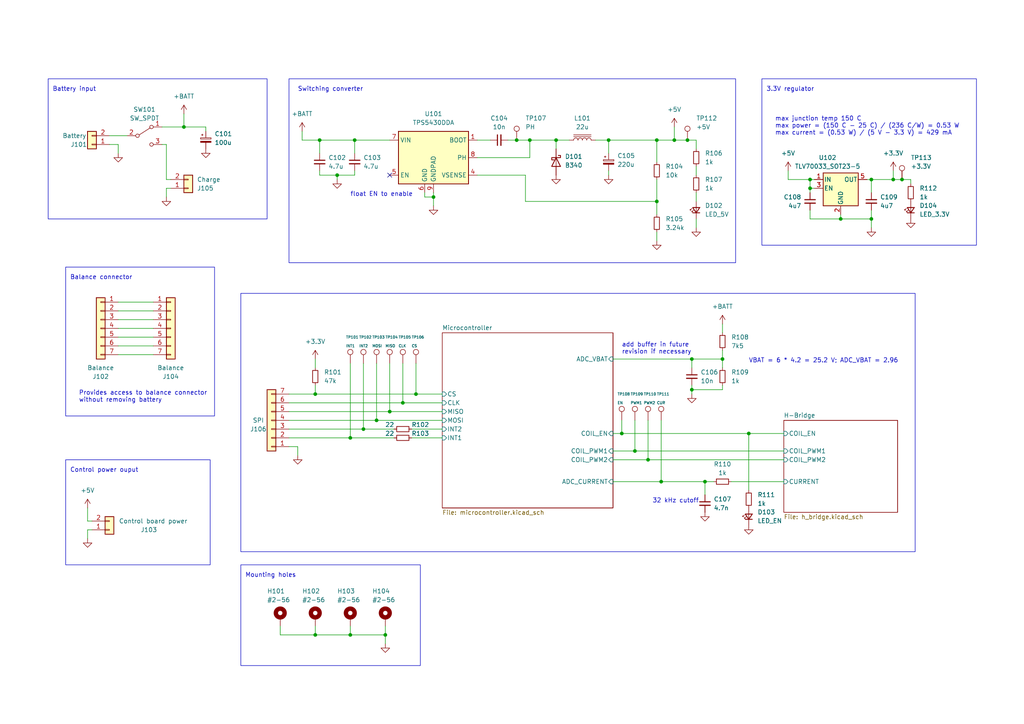
<source format=kicad_sch>
(kicad_sch (version 20230121) (generator eeschema)
  (paper "A4")
  (lib_symbols
    (symbol "Connector:TestPoint" (pin_numbers hide) (pin_names (offset 0.762) hide)
      (property "Reference" "TP" (at 0 6.858 0))
      (property "Value" "TestPoint" (at 0 5.08 0))
      (symbol "TestPoint_0_1"
        (circle (center 0 3.302) (radius 0.762))
      )
      (symbol "TestPoint_1_1"
        (pin passive line (at 0 0 90) (length 2.54) (name "1") (number "1"))
      )
    )
    (symbol "Connector_Generic:Conn_01x02" (pin_names (offset 1.016) hide)
      (property "Reference" "J" (at 0 2.54 0))
      (property "Value" "Conn_01x02" (at 0 -5.08 0))
      (symbol "Conn_01x02_1_1"
        (rectangle (start -1.27 -2.413) (end 0 -2.667) (stroke (width 0.1524)))
        (rectangle (start -1.27 0.127) (end 0 -0.127) (stroke (width 0.1524)))
        (rectangle (start -1.27 1.27) (end 1.27 -3.81) (stroke (width 0.254)) (fill (type background)))
        (pin passive line (at -5.08 0 0) (length 3.81) (name "Pin_1") (number "1"))
        (pin passive line (at -5.08 -2.54 0) (length 3.81) (name "Pin_2") (number "2"))
      )
    )
    (symbol "Connector_Generic:Conn_01x07" (pin_names (offset 1.016) hide)
      (property "Reference" "J" (at 0 10.16 0))
      (property "Value" "Conn_01x07" (at 0 -10.16 0))
      (symbol "Conn_01x07_1_1"
        (rectangle (start -1.27 -7.493) (end 0 -7.747) (stroke (width 0.1524)))
        (rectangle (start -1.27 -4.953) (end 0 -5.207) (stroke (width 0.1524)))
        (rectangle (start -1.27 -2.413) (end 0 -2.667) (stroke (width 0.1524)))
        (rectangle (start -1.27 0.127) (end 0 -0.127) (stroke (width 0.1524)))
        (rectangle (start -1.27 2.667) (end 0 2.413) (stroke (width 0.1524)))
        (rectangle (start -1.27 5.207) (end 0 4.953) (stroke (width 0.1524)))
        (rectangle (start -1.27 7.747) (end 0 7.493) (stroke (width 0.1524)))
        (rectangle (start -1.27 8.89) (end 1.27 -8.89) (stroke (width 0.254)) (fill (type background)))
        (pin passive line (at -5.08 7.62 0) (length 3.81) (name "Pin_1") (number "1"))
        (pin passive line (at -5.08 5.08 0) (length 3.81) (name "Pin_2") (number "2"))
        (pin passive line (at -5.08 2.54 0) (length 3.81) (name "Pin_3") (number "3"))
        (pin passive line (at -5.08 0 0) (length 3.81) (name "Pin_4") (number "4"))
        (pin passive line (at -5.08 -2.54 0) (length 3.81) (name "Pin_5") (number "5"))
        (pin passive line (at -5.08 -5.08 0) (length 3.81) (name "Pin_6") (number "6"))
        (pin passive line (at -5.08 -7.62 0) (length 3.81) (name "Pin_7") (number "7"))
      )
    )
    (symbol "Device:C_Polarized_Small" (pin_numbers hide) (pin_names (offset 0.254) hide)
      (property "Reference" "C" (at 0.254 1.778 0))
      (property "Value" "C_Polarized_Small" (at 0.254 -2.032 0))
      (symbol "C_Polarized_Small_0_1"
        (rectangle (start -1.524 -0.3048) (end 1.524 -0.6858) (fill (type outline)))
        (rectangle (start -1.524 0.6858) (end 1.524 0.3048))
        (polyline (pts (xy -1.27 1.524) (xy -0.762 1.524)))
        (polyline (pts (xy -1.016 1.27) (xy -1.016 1.778)))
      )
      (symbol "C_Polarized_Small_1_1"
        (pin passive line (at 0 2.54 270) (length 1.8542) (name "~") (number "1"))
        (pin passive line (at 0 -2.54 90) (length 1.8542) (name "~") (number "2"))
      )
    )
    (symbol "Device:C_Small" (pin_numbers hide) (pin_names (offset 0.254) hide)
      (property "Reference" "C" (at 0.254 1.778 0))
      (property "Value" "C_Small" (at 0.254 -2.032 0))
      (symbol "C_Small_0_1"
        (polyline (pts (xy -1.524 -0.508) (xy 1.524 -0.508)) (stroke (width 0.3302)))
        (polyline (pts (xy -1.524 0.508) (xy 1.524 0.508)) (stroke (width 0.3048)))
      )
      (symbol "C_Small_1_1"
        (pin passive line (at 0 2.54 270) (length 2.032) (name "~") (number "1"))
        (pin passive line (at 0 -2.54 90) (length 2.032) (name "~") (number "2"))
      )
    )
    (symbol "Device:LED_Small" (pin_numbers hide) (pin_names (offset 0.254) hide)
      (property "Reference" "D" (at -1.27 3.175 0))
      (property "Value" "LED_Small" (at -4.445 -2.54 0))
      (symbol "LED_Small_0_1"
        (polyline (pts (xy -0.762 -1.016) (xy -0.762 1.016)) (stroke (width 0.254)))
        (polyline (pts (xy 1.016 0) (xy -0.762 0)))
        (polyline (pts (xy 0.762 -1.016) (xy -0.762 0) (xy 0.762 1.016) (xy 0.762 -1.016)) (stroke (width 0.254)))
        (polyline (pts (xy 0 0.762) (xy -0.508 1.27) (xy -0.254 1.27) (xy -0.508 1.27) (xy -0.508 1.016)))
        (polyline (pts (xy 0.508 1.27) (xy 0 1.778) (xy 0.254 1.778) (xy 0 1.778) (xy 0 1.524)))
      )
      (symbol "LED_Small_1_1"
        (pin passive line (at -2.54 0 0) (length 1.778) (name "K") (number "1"))
        (pin passive line (at 2.54 0 180) (length 1.778) (name "A") (number "2"))
      )
    )
    (symbol "Device:L_Iron" (pin_numbers hide) (pin_names (offset 1.016) hide)
      (property "Reference" "L" (at -1.27 0 90))
      (property "Value" "L_Iron" (at 2.794 0 90))
      (symbol "L_Iron_0_1"
        (arc (start 0 -2.54) (mid 0.6323 -1.905) (end 0 -1.27))
        (arc (start 0 -1.27) (mid 0.6323 -0.635) (end 0 0))
        (polyline (pts (xy 1.016 2.54) (xy 1.016 -2.54)))
        (polyline (pts (xy 1.524 -2.54) (xy 1.524 2.54)))
        (arc (start 0 0) (mid 0.6323 0.635) (end 0 1.27))
        (arc (start 0 1.27) (mid 0.6323 1.905) (end 0 2.54))
      )
      (symbol "L_Iron_1_1"
        (pin passive line (at 0 3.81 270) (length 1.27) (name "1") (number "1"))
        (pin passive line (at 0 -3.81 90) (length 1.27) (name "2") (number "2"))
      )
    )
    (symbol "Device:R_Small" (pin_numbers hide) (pin_names (offset 0.254) hide)
      (property "Reference" "R" (at 0.762 0.508 0))
      (property "Value" "R_Small" (at 0.762 -1.016 0))
      (symbol "R_Small_0_1"
        (rectangle (start -0.762 1.778) (end 0.762 -1.778) (stroke (width 0.2032)))
      )
      (symbol "R_Small_1_1"
        (pin passive line (at 0 2.54 270) (length 0.762) (name "~") (number "1"))
        (pin passive line (at 0 -2.54 90) (length 0.762) (name "~") (number "2"))
      )
    )
    (symbol "Diode:B340" (pin_numbers hide) (pin_names (offset 1.016) hide)
      (property "Reference" "D" (at 0 2.54 0))
      (property "Value" "B340" (at 0 -2.54 0))
      (symbol "B340_0_1"
        (polyline (pts (xy 1.27 0) (xy -1.27 0)))
        (polyline (pts (xy 1.27 1.27) (xy 1.27 -1.27) (xy -1.27 0) (xy 1.27 1.27)) (stroke (width 0.254)))
        (polyline (pts (xy -1.905 0.635) (xy -1.905 1.27) (xy -1.27 1.27) (xy -1.27 -1.27) (xy -0.635 -1.27) (xy -0.635 -0.635)) (stroke (width 0.254)))
      )
      (symbol "B340_1_1"
        (pin passive line (at -3.81 0 0) (length 2.54) (name "K") (number "1"))
        (pin passive line (at 3.81 0 180) (length 2.54) (name "A") (number "2"))
      )
    )
    (symbol "Mechanical:MountingHole_Pad" (pin_numbers hide) (pin_names (offset 1.016) hide)
      (property "Reference" "H" (at 0 6.35 0))
      (property "Value" "MountingHole_Pad" (at 0 4.445 0))
      (symbol "MountingHole_Pad_0_1"
        (circle (center 0 1.27) (radius 1.27) (stroke (width 1.27)))
      )
      (symbol "MountingHole_Pad_1_1"
        (pin input line (at 0 -2.54 90) (length 2.54) (name "1") (number "1"))
      )
    )
    (symbol "Regulator_Linear:TLV70033_SOT23-5" (pin_names (offset 0.254))
      (property "Reference" "U" (at -3.81 5.715 0))
      (property "Value" "TLV70033_SOT23-5" (at 0 5.715 0))
      (symbol "TLV70033_SOT23-5_0_1"
        (rectangle (start -5.08 4.445) (end 5.08 -5.08) (stroke (width 0.254)) (fill (type background)))
      )
      (symbol "TLV70033_SOT23-5_1_1"
        (pin power_in line (at -7.62 2.54 0) (length 2.54) (name "IN") (number "1"))
        (pin power_in line (at 0 -7.62 90) (length 2.54) (name "GND") (number "2"))
        (pin input line (at -7.62 0 0) (length 2.54) (name "EN") (number "3"))
        (pin no_connect line (at 5.08 0 180) (length 2.54) hide (name "NC") (number "4"))
        (pin power_out line (at 7.62 2.54 180) (length 2.54) (name "OUT") (number "5"))
      )
    )
    (symbol "Regulator_Switching:TPS5430DDA"
      (property "Reference" "U" (at -10.16 8.89 0))
      (property "Value" "TPS5430DDA" (at -1.27 8.89 0))
      (symbol "TPS5430DDA_0_1"
        (rectangle (start -10.16 7.62) (end 10.16 -7.62) (stroke (width 0.254)) (fill (type background)))
      )
      (symbol "TPS5430DDA_1_1"
        (pin input line (at 12.7 5.08 180) (length 2.54) (name "BOOT") (number "1"))
        (pin no_connect line (at -10.16 2.54 0) (length 2.54) hide (name "NC") (number "2"))
        (pin no_connect line (at -10.16 -2.54 0) (length 2.54) hide (name "NC") (number "3"))
        (pin input line (at 12.7 -5.08 180) (length 2.54) (name "VSENSE") (number "4"))
        (pin input line (at -12.7 -5.08 0) (length 2.54) (name "EN") (number "5"))
        (pin power_in line (at -2.54 -10.16 90) (length 2.54) (name "GND") (number "6"))
        (pin power_in line (at -12.7 5.08 0) (length 2.54) (name "VIN") (number "7"))
        (pin output line (at 12.7 0 180) (length 2.54) (name "PH") (number "8"))
        (pin power_in line (at 0 -10.16 90) (length 2.54) (name "GNDPAD") (number "9"))
      )
    )
    (symbol "Switch:SW_SPDT" (pin_names (offset 0) hide)
      (property "Reference" "SW" (at 0 4.318 0))
      (property "Value" "SW_SPDT" (at 0 -5.08 0))
      (symbol "SW_SPDT_0_0"
        (circle (center -2.032 0) (radius 0.508))
        (circle (center 2.032 -2.54) (radius 0.508))
      )
      (symbol "SW_SPDT_0_1"
        (polyline (pts (xy -1.524 0.254) (xy 1.651 2.286)))
        (circle (center 2.032 2.54) (radius 0.508))
      )
      (symbol "SW_SPDT_1_1"
        (pin passive line (at 5.08 2.54 180) (length 2.54) (name "A") (number "1"))
        (pin passive line (at -5.08 0 0) (length 2.54) (name "B") (number "2"))
        (pin passive line (at 5.08 -2.54 180) (length 2.54) (name "C") (number "3"))
      )
    )
    (symbol "power:+3.3V" (power) (pin_names (offset 0))
      (property "Value" "+3.3V" (at 0 3.556 0))
      (symbol "+3.3V_0_1"
        (polyline (pts (xy -0.762 1.27) (xy 0 2.54)))
        (polyline (pts (xy 0 0) (xy 0 2.54)))
        (polyline (pts (xy 0 2.54) (xy 0.762 1.27)))
      )
      (symbol "+3.3V_1_1"
        (pin power_in line (at 0 0 90) (length 0) hide (name "+3.3V") (number "1"))
      )
    )
    (symbol "power:+5V" (power) (pin_names (offset 0))
      (property "Value" "+5V" (at 0 3.556 0))
      (symbol "+5V_0_1"
        (polyline (pts (xy -0.762 1.27) (xy 0 2.54)))
        (polyline (pts (xy 0 0) (xy 0 2.54)))
        (polyline (pts (xy 0 2.54) (xy 0.762 1.27)))
      )
      (symbol "+5V_1_1"
        (pin power_in line (at 0 0 90) (length 0) hide (name "+5V") (number "1"))
      )
    )
    (symbol "power:+BATT" (power) (pin_names (offset 0))
      (property "Value" "+BATT" (at 0 3.556 0))
      (symbol "+BATT_0_1"
        (polyline (pts (xy -0.762 1.27) (xy 0 2.54)))
        (polyline (pts (xy 0 0) (xy 0 2.54)))
        (polyline (pts (xy 0 2.54) (xy 0.762 1.27)))
      )
      (symbol "+BATT_1_1"
        (pin power_in line (at 0 0 90) (length 0) hide (name "+BATT") (number "1"))
      )
    )
    (symbol "power:GND" (power) (pin_names (offset 0))
      (property "Value" "GND" (at 0 -3.81 0))
      (symbol "GND_0_1"
        (polyline (pts (xy 0 0) (xy 0 -1.27) (xy 1.27 -1.27) (xy 0 -2.54) (xy -1.27 -1.27) (xy 0 -1.27)))
      )
      (symbol "GND_1_1"
        (pin power_in line (at 0 0 270) (length 0) hide (name "GND") (number "1"))
      )
    )
  )
  (junction (at 187.96 133.35))
  (junction (at 125.73 57.15))
  (junction (at 217.17 125.73))
  (junction (at 234.95 54.61))
  (junction (at 113.03 119.38))
  (junction (at 180.34 125.73))
  (junction (at 161.29 40.64))
  (junction (at 200.66 113.03))
  (junction (at 120.65 114.3))
  (junction (at 209.55 104.14))
  (junction (at 111.76 184.15))
  (junction (at 105.41 124.46))
  (junction (at 184.15 130.81))
  (junction (at 91.44 114.3))
  (junction (at 101.6 127))
  (junction (at 97.79 50.8))
  (junction (at 204.47 139.7))
  (junction (at 259.08 52.07))
  (junction (at 234.95 52.07))
  (junction (at 190.5 58.42))
  (junction (at 102.87 40.64))
  (junction (at 116.84 116.84))
  (junction (at 252.73 63.5))
  (junction (at 176.53 40.64))
  (junction (at 252.73 52.07))
  (junction (at 149.86 40.64))
  (junction (at 200.66 104.14))
  (junction (at 92.71 40.64))
  (junction (at 153.67 40.64))
  (junction (at 199.39 40.64))
  (junction (at 195.58 40.64))
  (junction (at 191.77 139.7))
  (junction (at 91.44 184.15))
  (junction (at 190.5 40.64))
  (junction (at 53.34 36.83))
  (junction (at 261.62 52.07))
  (junction (at 243.84 63.5))
  (junction (at 109.22 121.92))
  (junction (at 101.6 184.15))
  (no_connect (at 113.03 50.8))
  (wire (pts (xy 234.95 63.5) (xy 243.84 63.5)))
  (wire (pts (xy 177.8 139.7) (xy 191.77 139.7)))
  (wire (pts (xy 97.79 50.8) (xy 92.71 50.8)))
  (wire (pts (xy 187.96 121.92) (xy 187.96 133.35)))
  (wire (pts (xy 87.63 40.64) (xy 92.71 40.64)))
  (wire (pts (xy 153.67 45.72) (xy 153.67 40.64)))
  (wire (pts (xy 259.08 52.07) (xy 252.73 52.07)))
  (wire (pts (xy 83.82 121.92) (xy 109.22 121.92)))
  (wire (pts (xy 161.29 40.64) (xy 165.1 40.64)))
  (wire (pts (xy 138.43 45.72) (xy 153.67 45.72)))
  (wire (pts (xy 200.66 113.03) (xy 200.66 114.3)))
  (wire (pts (xy 109.22 105.41) (xy 109.22 121.92)))
  (wire (pts (xy 34.29 41.91) (xy 31.75 41.91)))
  (wire (pts (xy 81.28 181.61) (xy 81.28 184.15)))
  (wire (pts (xy 25.4 151.13) (xy 26.67 151.13)))
  (wire (pts (xy 91.44 114.3) (xy 120.65 114.3)))
  (wire (pts (xy 187.96 133.35) (xy 227.33 133.35)))
  (wire (pts (xy 259.08 49.53) (xy 259.08 52.07)))
  (wire (pts (xy 177.8 130.81) (xy 184.15 130.81)))
  (wire (pts (xy 152.4 50.8) (xy 152.4 58.42)))
  (wire (pts (xy 176.53 50.8) (xy 176.53 49.53)))
  (wire (pts (xy 264.16 52.07) (xy 261.62 52.07)))
  (wire (pts (xy 236.22 54.61) (xy 234.95 54.61)))
  (wire (pts (xy 86.36 129.54) (xy 83.82 129.54)))
  (wire (pts (xy 53.34 33.02) (xy 53.34 36.83)))
  (wire (pts (xy 48.26 54.61) (xy 49.53 54.61)))
  (wire (pts (xy 147.32 40.64) (xy 149.86 40.64)))
  (wire (pts (xy 119.38 127) (xy 128.27 127)))
  (wire (pts (xy 46.99 41.91) (xy 48.26 41.91)))
  (wire (pts (xy 125.73 57.15) (xy 125.73 59.69)))
  (wire (pts (xy 34.29 102.87) (xy 44.45 102.87)))
  (wire (pts (xy 116.84 105.41) (xy 116.84 116.84)))
  (wire (pts (xy 190.5 58.42) (xy 190.5 62.23)))
  (wire (pts (xy 48.26 52.07) (xy 49.53 52.07)))
  (wire (pts (xy 111.76 181.61) (xy 111.76 184.15)))
  (wire (pts (xy 113.03 119.38) (xy 128.27 119.38)))
  (wire (pts (xy 180.34 121.92) (xy 180.34 125.73)))
  (wire (pts (xy 101.6 127) (xy 114.3 127)))
  (wire (pts (xy 200.66 106.68) (xy 200.66 104.14)))
  (wire (pts (xy 228.6 49.53) (xy 228.6 52.07)))
  (wire (pts (xy 105.41 124.46) (xy 114.3 124.46)))
  (wire (pts (xy 264.16 53.34) (xy 264.16 52.07)))
  (wire (pts (xy 138.43 40.64) (xy 142.24 40.64)))
  (wire (pts (xy 217.17 125.73) (xy 227.33 125.73)))
  (wire (pts (xy 109.22 121.92) (xy 128.27 121.92)))
  (wire (pts (xy 184.15 121.92) (xy 184.15 130.81)))
  (wire (pts (xy 120.65 114.3) (xy 128.27 114.3)))
  (wire (pts (xy 200.66 111.76) (xy 200.66 113.03)))
  (wire (pts (xy 228.6 52.07) (xy 234.95 52.07)))
  (wire (pts (xy 177.8 125.73) (xy 180.34 125.73)))
  (wire (pts (xy 252.73 52.07) (xy 252.73 55.88)))
  (wire (pts (xy 212.09 139.7) (xy 227.33 139.7)))
  (wire (pts (xy 102.87 44.45) (xy 102.87 40.64)))
  (wire (pts (xy 190.5 46.99) (xy 190.5 40.64)))
  (wire (pts (xy 201.93 63.5) (xy 201.93 66.04)))
  (wire (pts (xy 191.77 139.7) (xy 204.47 139.7)))
  (wire (pts (xy 152.4 58.42) (xy 190.5 58.42)))
  (wire (pts (xy 177.8 133.35) (xy 187.96 133.35)))
  (wire (pts (xy 91.44 184.15) (xy 101.6 184.15)))
  (wire (pts (xy 252.73 60.96) (xy 252.73 63.5)))
  (wire (pts (xy 91.44 111.76) (xy 91.44 114.3)))
  (wire (pts (xy 201.93 55.88) (xy 201.93 58.42)))
  (wire (pts (xy 119.38 124.46) (xy 128.27 124.46)))
  (wire (pts (xy 209.55 111.76) (xy 209.55 113.03)))
  (wire (pts (xy 101.6 105.41) (xy 101.6 127)))
  (wire (pts (xy 217.17 125.73) (xy 217.17 142.24)))
  (wire (pts (xy 91.44 181.61) (xy 91.44 184.15)))
  (wire (pts (xy 191.77 121.92) (xy 191.77 139.7)))
  (wire (pts (xy 92.71 50.8) (xy 92.71 49.53)))
  (wire (pts (xy 234.95 54.61) (xy 234.95 55.88)))
  (wire (pts (xy 252.73 63.5) (xy 243.84 63.5)))
  (wire (pts (xy 184.15 130.81) (xy 227.33 130.81)))
  (wire (pts (xy 204.47 139.7) (xy 207.01 139.7)))
  (wire (pts (xy 252.73 52.07) (xy 251.46 52.07)))
  (wire (pts (xy 201.93 40.64) (xy 201.93 43.18)))
  (wire (pts (xy 252.73 63.5) (xy 252.73 66.04)))
  (wire (pts (xy 190.5 40.64) (xy 195.58 40.64)))
  (wire (pts (xy 161.29 40.64) (xy 153.67 40.64)))
  (wire (pts (xy 195.58 40.64) (xy 199.39 40.64)))
  (wire (pts (xy 59.69 38.1) (xy 59.69 36.83)))
  (wire (pts (xy 83.82 127) (xy 101.6 127)))
  (wire (pts (xy 209.55 104.14) (xy 209.55 106.68)))
  (wire (pts (xy 125.73 55.88) (xy 125.73 57.15)))
  (wire (pts (xy 149.86 40.64) (xy 153.67 40.64)))
  (wire (pts (xy 234.95 52.07) (xy 236.22 52.07)))
  (wire (pts (xy 83.82 114.3) (xy 91.44 114.3)))
  (wire (pts (xy 176.53 40.64) (xy 176.53 44.45)))
  (wire (pts (xy 204.47 139.7) (xy 204.47 143.51)))
  (wire (pts (xy 34.29 90.17) (xy 44.45 90.17)))
  (wire (pts (xy 48.26 41.91) (xy 48.26 52.07)))
  (wire (pts (xy 101.6 184.15) (xy 111.76 184.15)))
  (wire (pts (xy 180.34 125.73) (xy 217.17 125.73)))
  (wire (pts (xy 83.82 124.46) (xy 105.41 124.46)))
  (wire (pts (xy 190.5 52.07) (xy 190.5 58.42)))
  (wire (pts (xy 176.53 40.64) (xy 190.5 40.64)))
  (wire (pts (xy 161.29 43.18) (xy 161.29 40.64)))
  (wire (pts (xy 34.29 44.45) (xy 34.29 41.91)))
  (wire (pts (xy 92.71 44.45) (xy 92.71 40.64)))
  (wire (pts (xy 87.63 38.1) (xy 87.63 40.64)))
  (wire (pts (xy 234.95 52.07) (xy 234.95 54.61)))
  (wire (pts (xy 34.29 87.63) (xy 44.45 87.63)))
  (wire (pts (xy 25.4 156.21) (xy 25.4 153.67)))
  (wire (pts (xy 116.84 116.84) (xy 128.27 116.84)))
  (wire (pts (xy 201.93 48.26) (xy 201.93 50.8)))
  (wire (pts (xy 199.39 40.64) (xy 201.93 40.64)))
  (wire (pts (xy 86.36 132.08) (xy 86.36 129.54)))
  (wire (pts (xy 34.29 100.33) (xy 44.45 100.33)))
  (wire (pts (xy 200.66 104.14) (xy 209.55 104.14)))
  (wire (pts (xy 34.29 95.25) (xy 44.45 95.25)))
  (wire (pts (xy 243.84 62.23) (xy 243.84 63.5)))
  (wire (pts (xy 53.34 36.83) (xy 46.99 36.83)))
  (wire (pts (xy 111.76 184.15) (xy 111.76 186.69)))
  (wire (pts (xy 97.79 50.8) (xy 97.79 52.07)))
  (wire (pts (xy 31.75 39.37) (xy 36.83 39.37)))
  (wire (pts (xy 25.4 147.32) (xy 25.4 151.13)))
  (wire (pts (xy 48.26 57.15) (xy 48.26 54.61)))
  (wire (pts (xy 123.19 57.15) (xy 125.73 57.15)))
  (wire (pts (xy 172.72 40.64) (xy 176.53 40.64)))
  (wire (pts (xy 34.29 97.79) (xy 44.45 97.79)))
  (wire (pts (xy 120.65 105.41) (xy 120.65 114.3)))
  (wire (pts (xy 234.95 60.96) (xy 234.95 63.5)))
  (wire (pts (xy 261.62 52.07) (xy 259.08 52.07)))
  (wire (pts (xy 209.55 101.6) (xy 209.55 104.14)))
  (wire (pts (xy 81.28 184.15) (xy 91.44 184.15)))
  (wire (pts (xy 105.41 105.41) (xy 105.41 124.46)))
  (wire (pts (xy 102.87 49.53) (xy 102.87 50.8)))
  (wire (pts (xy 102.87 50.8) (xy 97.79 50.8)))
  (wire (pts (xy 91.44 104.14) (xy 91.44 106.68)))
  (wire (pts (xy 83.82 119.38) (xy 113.03 119.38)))
  (wire (pts (xy 101.6 181.61) (xy 101.6 184.15)))
  (wire (pts (xy 34.29 92.71) (xy 44.45 92.71)))
  (wire (pts (xy 25.4 153.67) (xy 26.67 153.67)))
  (wire (pts (xy 83.82 116.84) (xy 116.84 116.84)))
  (wire (pts (xy 190.5 69.85) (xy 190.5 67.31)))
  (wire (pts (xy 113.03 105.41) (xy 113.03 119.38)))
  (wire (pts (xy 138.43 50.8) (xy 152.4 50.8)))
  (wire (pts (xy 59.69 36.83) (xy 53.34 36.83)))
  (wire (pts (xy 102.87 40.64) (xy 113.03 40.64)))
  (wire (pts (xy 92.71 40.64) (xy 102.87 40.64)))
  (wire (pts (xy 209.55 93.98) (xy 209.55 96.52)))
  (wire (pts (xy 209.55 113.03) (xy 200.66 113.03)))
  (wire (pts (xy 195.58 36.83) (xy 195.58 40.64)))
  (wire (pts (xy 177.8 104.14) (xy 200.66 104.14)))
  (wire (pts (xy 123.19 55.88) (xy 123.19 57.15)))
  (rectangle (start 19.05 77.47) (end 62.23 120.65))
  (rectangle (start 69.85 163.83) (end 121.92 193.04))
  (rectangle (start 83.82 22.86) (end 213.36 76.2))
  (rectangle (start 19.05 133.35) (end 60.96 163.83))
  (rectangle (start 69.85 85.09) (end 265.43 160.02))
  (rectangle (start 13.97 22.86) (end 77.47 63.5))
  (rectangle (start 220.98 22.86) (end 283.21 71.12))
  (text "Balance connector" (at 20.32 81.28 0) (effects (font (size 1.27 1.27)) (justify left bottom)))
  (text "VBAT = 6 * 4.2 = 25.2 V; ADC_VBAT = 2.96" (at 217.17 105.41 0) (effects (font (size 1.27 1.27)) (justify left bottom)))
  (text "Battery input" (at 15.24 26.67 0) (effects (font (size 1.27 1.27)) (justify left bottom)))
  (text "Mounting holes" (at 71.12 167.64 0) (effects (font (size 1.27 1.27)) (justify left bottom)))
  (text "Switching converter" (at 86.36 26.67 0) (effects (font (size 1.27 1.27)) (justify left bottom)))
  (text "32 kHz cutoff" (at 189.23 146.05 0) (effects (font (size 1.27 1.27)) (justify left bottom)))
  (text "Control power ouput" (at 20.32 137.16 0) (effects (font (size 1.27 1.27)) (justify left bottom)))
  (text "add buffer in future \nrevision if necessary" (at 180.34 102.87 0) (effects (font (size 1.27 1.27)) (justify left bottom)))
  (text "max junction temp 150 C\nmax power = (150 C - 25 C) / (236 C/W) = 0.53 W\nmax current = (0.53 W) / (5 V - 3.3 V) = 429 mA" (at 224.79 39.37 0) (effects (font (size 1.27 1.27)) (justify left bottom)))
  (text "float EN to enable" (at 101.6 57.15 0) (effects (font (size 1.27 1.27)) (justify left bottom)))
  (text "3.3V regulator" (at 222.25 26.67 0) (effects (font (size 1.27 1.27)) (justify left bottom)))
  (text "Provides access to balance connector \nwithout removing battery" (at 22.86 116.84 0) (effects (font (size 1.27 1.27)) (justify left bottom)))
  (symbol (lib_id "power:GND") (at 25.4 156.21 0) (unit 1)
    (property "Reference" "#PWR0102" (effects hide))
    (property "Value" "GND" (effects hide))
  )
  (symbol (lib_id "Device:C_Small") (at 252.73 58.42 0) (unit 1)
    (property "Reference" "C109" (at 255.27 57.1563 0) (effects (justify left)))
    (property "Value" "4u7" (at 255.27 59.6963 0) (effects (justify left)))
    (property "Footprint" "Capacitor_SMD:C_0603_1608Metric" (effects hide))
    (property "LCSC" "C19666" (effects hide))
  )
  (symbol (lib_id "Mechanical:MountingHole_Pad") (at 111.76 179.07 0) (unit 1) (in_bom no)
    (property "Reference" "H104" (at 107.95 171.45 0) (effects (justify left)))
    (property "Value" "#2-56" (at 107.95 173.99 0) (effects (justify left)))
    (property "Footprint" "MountingHole:MountingHole_2.5mm_Pad" (effects hide))
  )
  (symbol (lib_id "Device:R_Small") (at 91.44 109.22 0) (unit 1)
    (property "Reference" "R101" (at 93.98 107.95 0) (effects (justify left)))
    (property "Value" "47k" (at 93.98 110.49 0) (effects (justify left)))
    (property "Footprint" "Resistor_SMD:R_0402_1005Metric" (effects hide))
    (property "LCSC" "C25792" (effects hide))
  )
  (symbol (lib_id "Device:R_Small") (at 201.93 45.72 0) (unit 1)
    (property "Reference" "R106" (at 204.47 44.45 0) (effects (justify left)))
    (property "Value" "1k" (at 204.47 46.99 0) (effects (justify left)))
    (property "Footprint" "Resistor_SMD:R_0603_1608Metric" (effects hide))
    (property "LCSC" "C21190" (effects hide))
  )
  (symbol (lib_id "Regulator_Switching:TPS5430DDA") (at 125.73 45.72 0) (unit 1)
    (property "Reference" "U101" (at 125.73 33.02 0))
    (property "Value" "TPS5430DDA" (at 125.73 35.56 0))
    (property "Footprint" "Package_SO:TI_SO-PowerPAD-8_ThermalVias" (effects hide))
    (property "Datasheet" "http://www.ti.com/lit/ds/symlink/tps5430.pdf" (effects hide))
    (property "LCSC" "C9864" (effects hide))
  )
  (symbol (lib_id "Connector:TestPoint") (at 120.65 105.41 0) (unit 1) (in_bom no)
    (property "Reference" "TP106" (at 119.38 97.79 0) (effects (font (size 0.762 0.762)) (justify left)))
    (property "Value" "CS" (at 119.38 100.33 0) (effects (font (size 0.762 0.762)) (justify left)))
    (property "Footprint" "TestPoint:TestPoint_Pad_D1.0mm" (effects hide))
  )
  (symbol (lib_id "power:+BATT") (at 209.55 93.98 0) (mirror y) (unit 1)
    (property "Reference" "#PWR0120" (effects hide))
    (property "Value" "+BATT" (at 209.55 88.9 0))
  )
  (symbol (lib_id "power:GND") (at 97.79 52.07 0) (unit 1)
    (property "Reference" "#PWR0110" (effects hide))
    (property "Value" "GND" (effects hide))
  )
  (symbol (lib_id "Device:R_Small") (at 217.17 144.78 0) (unit 1)
    (property "Reference" "R111" (at 219.71 143.51 0) (effects (justify left)))
    (property "Value" "1k" (at 219.71 146.05 0) (effects (justify left)))
    (property "Footprint" "Resistor_SMD:R_0402_1005Metric" (effects hide))
    (property "LCSC" "C11702" (effects hide))
  )
  (symbol (lib_id "Connector_Generic:Conn_01x02") (at 31.75 153.67 0) (mirror x) (unit 1) (in_bom no)
    (property "Reference" "J103" (at 43.18 153.67 0))
    (property "Value" "Control board power" (at 44.45 151.13 0))
    (property "Footprint" "Connector_JST:JST_PH_B2B-PH-SM4-TB_1x02-1MP_P2.00mm_Vertical" (effects hide))
    (property "Digikey" "455-B2B-PH-SM4-TBCT-ND" (effects hide))
  )
  (symbol (lib_id "Device:R_Small") (at 190.5 49.53 0) (unit 1)
    (property "Reference" "R104" (at 193.04 48.26 0) (effects (justify left)))
    (property "Value" "10k" (at 193.04 50.8 0) (effects (justify left)))
    (property "Footprint" "Resistor_SMD:R_0603_1608Metric" (effects hide))
    (property "LCSC" "C25804" (effects hide))
  )
  (symbol (lib_id "Device:C_Small") (at 204.47 146.05 0) (unit 1)
    (property "Reference" "C107" (at 207.01 144.7863 0) (effects (justify left)))
    (property "Value" "4.7n" (at 207.01 147.3263 0) (effects (justify left)))
    (property "Footprint" "Capacitor_SMD:C_0603_1608Metric" (effects hide))
    (property "LCSC" "C53987" (effects hide))
  )
  (symbol (lib_id "power:+5V") (at 228.6 49.53 0) (unit 1)
    (property "Reference" "#PWR0122" (effects hide))
    (property "Value" "+5V" (at 228.6 44.45 0))
  )
  (symbol (lib_id "Device:LED_Small") (at 264.16 60.96 90) (unit 1)
    (property "Reference" "D104" (at 266.7 59.6265 90) (effects (justify right)))
    (property "Value" "LED_3.3V" (at 266.7 62.1665 90) (effects (justify right)))
    (property "Footprint" "LED_SMD:LED_0603_1608Metric" (effects hide))
    (property "LCSC" "C965805" (effects hide))
  )
  (symbol (lib_id "Device:C_Polarized_Small") (at 176.53 46.99 0) (unit 1)
    (property "Reference" "C105" (at 179.07 45.1739 0) (effects (justify left)))
    (property "Value" "220u" (at 179.07 47.7139 0) (effects (justify left)))
    (property "Footprint" "Capacitor_Tantalum_SMD:CP_EIA-7343-40_Kemet-Y" (effects hide))
    (property "LCSC" "C242173" (effects hide))
  )
  (symbol (lib_id "power:GND") (at 201.93 66.04 0) (unit 1)
    (property "Reference" "#PWR0118" (effects hide))
    (property "Value" "GND" (effects hide))
  )
  (symbol (lib_id "Connector:TestPoint") (at 116.84 105.41 0) (unit 1) (in_bom no)
    (property "Reference" "TP105" (at 115.57 97.79 0) (effects (font (size 0.762 0.762)) (justify left)))
    (property "Value" "CLK" (at 115.57 100.33 0) (effects (font (size 0.762 0.762)) (justify left)))
    (property "Footprint" "TestPoint:TestPoint_Pad_D1.0mm" (effects hide))
  )
  (symbol (lib_id "power:+5V") (at 195.58 36.83 0) (unit 1)
    (property "Reference" "#PWR0116" (effects hide))
    (property "Value" "+5V" (at 195.58 31.75 0))
  )
  (symbol (lib_id "Connector:TestPoint") (at 109.22 105.41 0) (unit 1) (in_bom no)
    (property "Reference" "TP103" (at 107.95 97.79 0) (effects (font (size 0.762 0.762)) (justify left)))
    (property "Value" "MOSI" (at 107.95 100.33 0) (effects (font (size 0.762 0.762)) (justify left)))
    (property "Footprint" "TestPoint:TestPoint_Pad_D1.0mm" (effects hide))
  )
  (symbol (lib_id "Device:C_Small") (at 92.71 46.99 0) (unit 1)
    (property "Reference" "C102" (at 95.25 45.7263 0) (effects (justify left)))
    (property "Value" "4.7u" (at 95.25 48.2663 0) (effects (justify left)))
    (property "Footprint" "Capacitor_SMD:C_1206_3216Metric" (effects hide))
    (property "LCSC" "C29823" (effects hide))
  )
  (symbol (lib_id "Connector_Generic:Conn_01x02") (at 54.61 54.61 0) (mirror x) (unit 1)
    (property "Reference" "J105" (at 57.15 54.61 0) (effects (justify left)))
    (property "Value" "Charge" (at 57.15 52.07 0) (effects (justify left)))
    (property "Footprint" "Connector_JST:JST_PH_S2B-PH-SM4-TB_1x02-1MP_P2.00mm_Horizontal" (effects hide))
    (property "LCSC" "C295747" (effects hide))
  )
  (symbol (lib_id "power:GND") (at 59.69 43.18 0) (unit 1)
    (property "Reference" "#PWR0106" (effects hide))
    (property "Value" "GND" (effects hide))
  )
  (symbol (lib_id "power:GND") (at 217.17 152.4 0) (unit 1)
    (property "Reference" "#PWR0121" (effects hide))
    (property "Value" "GND" (effects hide))
  )
  (symbol (lib_id "Connector:TestPoint") (at 261.62 52.07 0) (unit 1) (in_bom no)
    (property "Reference" "TP113" (at 264.16 45.72 0) (effects (justify left)))
    (property "Value" "+3.3V" (at 264.16 48.26 0) (effects (justify left)))
    (property "Footprint" "TestPoint:TestPoint_Pad_D1.0mm" (effects hide))
  )
  (symbol (lib_id "power:GND") (at 161.29 50.8 0) (unit 1)
    (property "Reference" "#PWR0113" (effects hide))
    (property "Value" "GND" (effects hide))
  )
  (symbol (lib_id "power:GND") (at 264.16 63.5 0) (unit 1)
    (property "Reference" "#PWR0125" (effects hide))
    (property "Value" "GND" (effects hide))
  )
  (symbol (lib_id "power:+3.3V") (at 259.08 49.53 0) (unit 1)
    (property "Reference" "#PWR0124" (effects hide))
    (property "Value" "+3.3V" (at 259.08 44.45 0))
  )
  (symbol (lib_id "Device:R_Small") (at 209.55 109.22 180) (unit 1)
    (property "Reference" "R109" (at 212.09 107.95 0) (effects (justify right)))
    (property "Value" "1k" (at 212.09 110.49 0) (effects (justify right)))
    (property "Footprint" "Resistor_SMD:R_0402_1005Metric" (effects hide))
    (property "LCSC" "C11702" (effects hide))
  )
  (symbol (lib_id "Device:R_Small") (at 209.55 99.06 180) (unit 1)
    (property "Reference" "R108" (at 212.09 97.79 0) (effects (justify right)))
    (property "Value" "7k5" (at 212.09 100.33 0) (effects (justify right)))
    (property "Footprint" "Resistor_SMD:R_0402_1005Metric" (effects hide))
    (property "LCSC" "C137934" (effects hide))
  )
  (symbol (lib_id "Connector:TestPoint") (at 187.96 121.92 0) (unit 1) (in_bom no)
    (property "Reference" "TP110" (at 186.69 114.3 0) (effects (font (size 0.762 0.762)) (justify left)))
    (property "Value" "PWM2" (at 186.69 116.84 0) (effects (font (size 0.762 0.762)) (justify left)))
    (property "Footprint" "TestPoint:TestPoint_Pad_D1.0mm" (effects hide))
  )
  (symbol (lib_id "power:GND") (at 34.29 44.45 0) (unit 1)
    (property "Reference" "#PWR0103" (effects hide))
    (property "Value" "GND" (effects hide))
  )
  (symbol (lib_id "power:GND") (at 125.73 59.69 0) (unit 1)
    (property "Reference" "#PWR0112" (effects hide))
    (property "Value" "GND" (effects hide))
  )
  (symbol (lib_id "Connector:TestPoint") (at 149.86 40.64 0) (unit 1) (in_bom no)
    (property "Reference" "TP107" (at 152.4 34.29 0) (effects (justify left)))
    (property "Value" "PH" (at 152.4 36.83 0) (effects (justify left)))
    (property "Footprint" "TestPoint:TestPoint_Pad_D1.0mm" (effects hide))
  )
  (symbol (lib_id "power:GND") (at 252.73 66.04 0) (unit 1)
    (property "Reference" "#PWR0123" (effects hide))
    (property "Value" "GND" (effects hide))
  )
  (symbol (lib_id "Connector:TestPoint") (at 199.39 40.64 0) (unit 1) (in_bom no)
    (property "Reference" "TP112" (at 201.93 34.29 0) (effects (justify left)))
    (property "Value" "+5V" (at 201.93 36.83 0) (effects (justify left)))
    (property "Footprint" "TestPoint:TestPoint_Pad_D1.0mm" (effects hide))
  )
  (symbol (lib_id "Connector:TestPoint") (at 191.77 121.92 0) (unit 1) (in_bom no)
    (property "Reference" "TP111" (at 190.5 114.3 0) (effects (font (size 0.762 0.762)) (justify left)))
    (property "Value" "CUR" (at 190.5 116.84 0) (effects (font (size 0.762 0.762)) (justify left)))
    (property "Footprint" "TestPoint:TestPoint_Pad_D1.0mm" (effects hide))
  )
  (symbol (lib_id "power:GND") (at 190.5 69.85 0) (unit 1)
    (property "Reference" "#PWR0115" (effects hide))
    (property "Value" "GND" (effects hide))
  )
  (symbol (lib_id "power:+3.3V") (at 91.44 104.14 0) (unit 1)
    (property "Reference" "#PWR0109" (effects hide))
    (property "Value" "+3.3V" (at 91.44 99.06 0))
  )
  (symbol (lib_id "Device:R_Small") (at 201.93 53.34 0) (unit 1)
    (property "Reference" "R107" (at 204.47 52.07 0) (effects (justify left)))
    (property "Value" "1k" (at 204.47 54.61 0) (effects (justify left)))
    (property "Footprint" "Resistor_SMD:R_0603_1608Metric" (effects hide))
    (property "LCSC" "C21190" (effects hide))
  )
  (symbol (lib_id "Connector_Generic:Conn_01x07") (at 78.74 121.92 180) (unit 1) (in_bom no)
    (property "Reference" "J106" (at 74.93 124.46 0))
    (property "Value" "SPI" (at 74.93 121.92 0))
    (property "Footprint" "Connector_JST:JST_SH_BM07B-SRSS-TB_1x07-1MP_P1.00mm_Vertical" (effects hide))
    (property "Digikey" "455-BM07B-SRSS-TBCT-ND" (effects hide))
  )
  (symbol (lib_id "Device:R_Small") (at 190.5 64.77 0) (unit 1)
    (property "Reference" "R105" (at 193.04 63.5 0) (effects (justify left)))
    (property "Value" "3.24k" (at 193.04 66.04 0) (effects (justify left)))
    (property "Footprint" "Resistor_SMD:R_0603_1608Metric" (effects hide))
    (property "LCSC" "C22994" (effects hide))
  )
  (symbol (lib_id "Connector_Generic:Conn_01x02") (at 26.67 41.91 180) (unit 1) (in_bom no)
    (property "Reference" "J101" (at 22.86 41.91 0))
    (property "Value" "Battery" (at 21.59 39.37 0))
    (property "Footprint" "Connector_AMASS:AMASS_XT30U-M_1x02_P5.0mm_Vertical" (effects hide))
  )
  (symbol (lib_id "Device:R_Small") (at 116.84 124.46 90) (unit 1)
    (property "Reference" "R102" (at 121.92 123.19 90))
    (property "Value" "22" (at 113.03 123.19 90))
    (property "Footprint" "Resistor_SMD:R_0402_1005Metric" (effects hide))
    (property "LCSC" "C25092" (effects hide))
  )
  (symbol (lib_id "Diode:B340") (at 161.29 46.99 270) (unit 1)
    (property "Reference" "D101" (at 163.83 45.4025 90) (effects (justify left)))
    (property "Value" "B340" (at 163.83 47.9425 90) (effects (justify left)))
    (property "Footprint" "Diode_SMD:D_SMA" (effects hide))
    (property "Datasheet" "http://www.jameco.com/Jameco/Products/ProdDS/1538777.pdf" (effects hide))
    (property "LCSC" "C64982" (effects hide))
  )
  (symbol (lib_id "power:+BATT") (at 53.34 33.02 0) (unit 1)
    (property "Reference" "#PWR0105" (effects hide))
    (property "Value" "+BATT" (at 53.34 27.94 0))
  )
  (symbol (lib_id "Device:C_Polarized_Small") (at 59.69 40.64 0) (unit 1)
    (property "Reference" "C101" (at 62.23 38.8239 0) (effects (justify left)))
    (property "Value" "100u" (at 62.23 41.3639 0) (effects (justify left)))
    (property "Footprint" "Capacitor_SMD:CP_Elec_6.3x5.8" (effects hide))
    (property "LCSC" "C128464" (effects hide))
  )
  (symbol (lib_id "power:GND") (at 204.47 148.59 0) (unit 1)
    (property "Reference" "#PWR0119" (effects hide))
    (property "Value" "GND" (effects hide))
  )
  (symbol (lib_id "Device:L_Iron") (at 168.91 40.64 90) (unit 1)
    (property "Reference" "L101" (at 168.91 34.29 90))
    (property "Value" "22u" (at 168.91 36.83 90))
    (property "Footprint" "Inductor_SMD:L_Sunlord_MWSA0603S" (effects hide))
    (property "LCSC" "C408453" (effects hide))
  )
  (symbol (lib_id "Device:R_Small") (at 116.84 127 90) (unit 1)
    (property "Reference" "R103" (at 121.92 125.73 90))
    (property "Value" "22" (at 113.03 125.73 90))
    (property "Footprint" "Resistor_SMD:R_0402_1005Metric" (effects hide))
    (property "LCSC" "C25092" (effects hide))
  )
  (symbol (lib_id "power:GND") (at 111.76 186.69 0) (unit 1)
    (property "Reference" "#PWR0111" (effects hide))
    (property "Value" "GND" (effects hide))
  )
  (symbol (lib_id "Device:C_Small") (at 144.78 40.64 90) (unit 1)
    (property "Reference" "C104" (at 144.7863 34.29 90))
    (property "Value" "10n" (at 144.7863 36.83 90))
    (property "Footprint" "Capacitor_SMD:C_0603_1608Metric" (effects hide))
    (property "LCSC" "C57112" (effects hide))
  )
  (symbol (lib_id "power:GND") (at 176.53 50.8 0) (unit 1)
    (property "Reference" "#PWR0114" (effects hide))
    (property "Value" "GND" (effects hide))
  )
  (symbol (lib_id "Switch:SW_SPDT") (at 41.91 39.37 0) (unit 1) (in_bom no)
    (property "Reference" "SW101" (at 41.91 31.75 0))
    (property "Value" "SW_SPDT" (at 41.91 34.29 0))
    (property "Footprint" "ActiveImpactor_Power:SW_500SSP1S1M6QEA" (effects hide))
    (property "Datasheet" "https://www.digikey.com/en/products/detail/e-switch/500SSP1S1M6QEA/378947" (effects hide))
    (property "Digikey" "EG2478-ND" (effects hide))
  )
  (symbol (lib_id "power:+5V") (at 25.4 147.32 0) (unit 1)
    (property "Reference" "#PWR0101" (effects hide))
    (property "Value" "+5V" (at 25.4 142.24 0))
  )
  (symbol (lib_id "Connector:TestPoint") (at 105.41 105.41 0) (unit 1) (in_bom no)
    (property "Reference" "TP102" (at 104.14 97.79 0) (effects (font (size 0.762 0.762)) (justify left)))
    (property "Value" "INT2" (at 104.14 100.33 0) (effects (font (size 0.762 0.762)) (justify left)))
    (property "Footprint" "TestPoint:TestPoint_Pad_D1.0mm" (effects hide))
  )
  (symbol (lib_id "Device:LED_Small") (at 217.17 149.86 90) (unit 1)
    (property "Reference" "D103" (at 219.71 148.5265 90) (effects (justify right)))
    (property "Value" "LED_EN" (at 219.71 151.0665 90) (effects (justify right)))
    (property "Footprint" "LED_SMD:LED_0603_1608Metric" (effects hide))
    (property "LCSC" "C2286" (effects hide))
  )
  (symbol (lib_id "Device:C_Small") (at 234.95 58.42 0) (mirror y) (unit 1)
    (property "Reference" "C108" (at 232.41 57.1563 0) (effects (justify left)))
    (property "Value" "4u7" (at 232.41 59.6963 0) (effects (justify left)))
    (property "Footprint" "Capacitor_SMD:C_0603_1608Metric" (effects hide))
    (property "LCSC" "C19666" (effects hide))
  )
  (symbol (lib_id "Mechanical:MountingHole_Pad") (at 81.28 179.07 0) (unit 1) (in_bom no)
    (property "Reference" "H101" (at 77.47 171.45 0) (effects (justify left)))
    (property "Value" "#2-56" (at 77.47 173.99 0) (effects (justify left)))
    (property "Footprint" "MountingHole:MountingHole_2.5mm_Pad" (effects hide))
  )
  (symbol (lib_id "power:GND") (at 86.36 132.08 0) (unit 1)
    (property "Reference" "#PWR0107" (effects hide))
    (property "Value" "GND" (effects hide))
  )
  (symbol (lib_id "Connector:TestPoint") (at 180.34 121.92 0) (unit 1) (in_bom no)
    (property "Reference" "TP108" (at 179.07 114.3 0) (effects (font (size 0.762 0.762)) (justify left)))
    (property "Value" "EN" (at 179.07 116.84 0) (effects (font (size 0.762 0.762)) (justify left)))
    (property "Footprint" "TestPoint:TestPoint_Pad_D1.0mm" (effects hide))
  )
  (symbol (lib_id "Connector:TestPoint") (at 101.6 105.41 0) (unit 1) (in_bom no)
    (property "Reference" "TP101" (at 100.33 97.79 0) (effects (font (size 0.762 0.762)) (justify left)))
    (property "Value" "INT1" (at 100.33 100.33 0) (effects (font (size 0.762 0.762)) (justify left)))
    (property "Footprint" "TestPoint:TestPoint_Pad_D1.0mm" (effects hide))
  )
  (symbol (lib_id "Connector_Generic:Conn_01x07") (at 49.53 95.25 0) (unit 1)
    (property "Reference" "J104" (at 49.53 109.22 0))
    (property "Value" "Balance" (at 49.53 106.68 0))
    (property "Footprint" "Connector_JST:JST_SH_SM07B-SRSS-TB_1x07-1MP_P1.00mm_Horizontal" (effects hide))
    (property "LCSC" "C160406" (effects hide))
  )
  (symbol (lib_id "power:+BATT") (at 87.63 38.1 0) (unit 1)
    (property "Reference" "#PWR0108" (effects hide))
    (property "Value" "+BATT" (at 87.63 33.02 0))
  )
  (symbol (lib_id "Connector:TestPoint") (at 184.15 121.92 0) (unit 1) (in_bom no)
    (property "Reference" "TP109" (at 182.88 114.3 0) (effects (font (size 0.762 0.762)) (justify left)))
    (property "Value" "PWM1" (at 182.88 116.84 0) (effects (font (size 0.762 0.762)) (justify left)))
    (property "Footprint" "TestPoint:TestPoint_Pad_D1.0mm" (effects hide))
  )
  (symbol (lib_id "Device:R_Small") (at 209.55 139.7 90) (unit 1)
    (property "Reference" "R110" (at 209.55 134.62 90))
    (property "Value" "1k" (at 209.55 137.16 90))
    (property "Footprint" "Resistor_SMD:R_0603_1608Metric" (effects hide))
    (property "LCSC" "C21190" (effects hide))
  )
  (symbol (lib_id "Device:R_Small") (at 264.16 55.88 0) (unit 1)
    (property "Reference" "R112" (at 266.7 54.61 0) (effects (justify left)))
    (property "Value" "1k" (at 266.7 57.15 0) (effects (justify left)))
    (property "Footprint" "Resistor_SMD:R_0603_1608Metric" (effects hide))
    (property "LCSC" "C21190" (effects hide))
  )
  (symbol (lib_id "Device:C_Small") (at 200.66 109.22 0) (unit 1)
    (property "Reference" "C106" (at 203.2 107.9563 0) (effects (justify left)))
    (property "Value" "10n" (at 203.2 110.4963 0) (effects (justify left)))
    (property "Footprint" "Capacitor_SMD:C_0402_1005Metric" (effects hide))
    (property "LCSC" "C15195" (effects hide))
  )
  (symbol (lib_id "Device:LED_Small") (at 201.93 60.96 90) (unit 1)
    (property "Reference" "D102" (at 204.47 59.6265 90) (effects (justify right)))
    (property "Value" "LED_5V" (at 204.47 62.1665 90) (effects (justify right)))
    (property "Footprint" "LED_SMD:LED_0603_1608Metric" (effects hide))
    (property "LCSC" "C965805" (effects hide))
  )
  (symbol (lib_id "Connector_Generic:Conn_01x07") (at 29.21 95.25 0) (mirror y) (unit 1) (in_bom no)
    (property "Reference" "J102" (at 29.21 109.22 0))
    (property "Value" "Balance" (at 29.21 106.68 0))
    (property "Footprint" "Connector_JST:JST_XH_B7B-XH-A_1x07_P2.50mm_Vertical" (effects hide))
    (property "Digikey" "455-B7B-XH-A-ND" (effects hide))
  )
  (symbol (lib_id "power:GND") (at 200.66 114.3 0) (unit 1)
    (property "Reference" "#PWR0117" (effects hide))
    (property "Value" "GND" (effects hide))
  )
  (symbol (lib_id "Device:C_Small") (at 102.87 46.99 0) (unit 1)
    (property "Reference" "C103" (at 105.41 45.7263 0) (effects (justify left)))
    (property "Value" "4.7u" (at 105.41 48.2663 0) (effects (justify left)))
    (property "Footprint" "Capacitor_SMD:C_1206_3216Metric" (effects hide))
    (property "LCSC" "C29823" (effects hide))
  )
  (symbol (lib_id "power:GND") (at 48.26 57.15 0) (unit 1)
    (property "Reference" "#PWR0104" (effects hide))
    (property "Value" "GND" (effects hide))
  )
  (symbol (lib_id "Mechanical:MountingHole_Pad") (at 101.6 179.07 0) (unit 1) (in_bom no)
    (property "Reference" "H103" (at 97.79 171.45 0) (effects (justify left)))
    (property "Value" "#2-56" (at 97.79 173.99 0) (effects (justify left)))
    (property "Footprint" "MountingHole:MountingHole_2.5mm_Pad" (effects hide))
  )
  (symbol (lib_id "Regulator_Linear:TLV70033_SOT23-5") (at 243.84 54.61 0) (unit 1)
    (property "Reference" "U102" (at 240.03 45.72 0))
    (property "Value" "TLV70033_SOT23-5" (at 240.03 48.26 0))
    (property "Footprint" "Package_TO_SOT_SMD:SOT-23-5" (effects hide))
    (property "Datasheet" "http://www.ti.com/lit/ds/symlink/tlv700.pdf" (effects hide))
    (property "LCSC" "C11337" (effects hide))
  )
  (symbol (lib_id "Mechanical:MountingHole_Pad") (at 91.44 179.07 0) (unit 1) (in_bom no)
    (property "Reference" "H102" (at 87.63 171.45 0) (effects (justify left)))
    (property "Value" "#2-56" (at 87.63 173.99 0) (effects (justify left)))
    (property "Footprint" "MountingHole:MountingHole_2.5mm_Pad" (effects hide))
  )
  (symbol (lib_id "Connector:TestPoint") (at 113.03 105.41 0) (unit 1) (in_bom no)
    (property "Reference" "TP104" (at 111.76 97.79 0) (effects (font (size 0.762 0.762)) (justify left)))
    (property "Value" "MISO" (at 111.76 100.33 0) (effects (font (size 0.762 0.762)) (justify left)))
    (property "Footprint" "TestPoint:TestPoint_Pad_D1.0mm" (effects hide))
  )
  (sheet (at 128.27 96.52) (size 49.53 50.8) (stroke (width 0.1524))
    (property "Sheetname" "Microcontroller" (at 128.27 95.8084 0) (effects (justify left bottom)))
    (property "Sheetfile" "microcontroller.kicad_sch" (at 128.27 147.9046 0) (effects (justify left top)))
    (pin "ADC_CURRENT" input (at 177.8 139.7 0))
    (pin "COIL_EN" input (at 177.8 125.73 0))
    (pin "COIL_PWM1" input (at 177.8 130.81 0))
    (pin "COIL_PWM2" input (at 177.8 133.35 0))
    (pin "CS" input (at 128.27 114.3 180))
    (pin "CLK" input (at 128.27 116.84 180))
    (pin "MOSI" input (at 128.27 121.92 180))
    (pin "MISO" input (at 128.27 119.38 180))
    (pin "ADC_VBAT" input (at 177.8 104.14 0))
    (pin "INT1" input (at 128.27 127 180))
    (pin "INT2" input (at 128.27 124.46 180))
  )
  (sheet (at 227.33 121.92) (size 33.02 26.67) (stroke (width 0.1524))
    (property "Sheetname" "H-Bridge" (at 227.33 121.2084 0) (effects (justify left bottom)))
    (property "Sheetfile" "h_bridge.kicad_sch" (at 227.33 149.1746 0) (effects (justify left top)))
    (pin "COIL_EN" input (at 227.33 125.73 180))
    (pin "COIL_PWM1" input (at 227.33 130.81 180))
    (pin "COIL_PWM2" input (at 227.33 133.35 180))
    (pin "CURRENT" input (at 227.33 139.7 180))
  )
)
</source>
